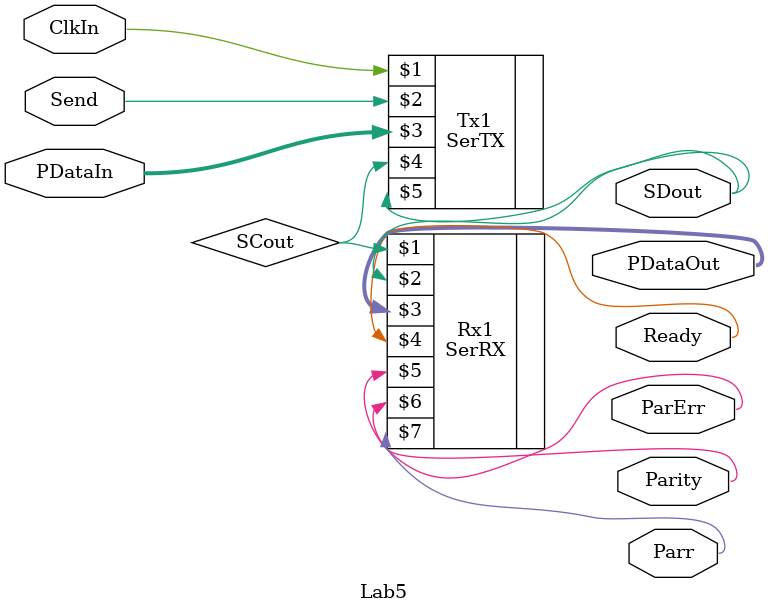
<source format=v>
module Lab5(ClkIn,PDataIn,PDataOut,Send,Ready,ParErr,SDout,Parity,Parr);
input ClkIn,Send;
input [7:0] PDataIn;
output ParErr,Ready;
output [7:0] PDataOut;
output SDout,Parity,Parr;
wire SCout,SDout;

SerTX Tx1(ClkIn,Send,PDataIn,SCout,SDout);
SerRX Rx1(SCout,SDout,PDataOut,Ready,ParErr,Parity,Parr);
endmodule

</source>
